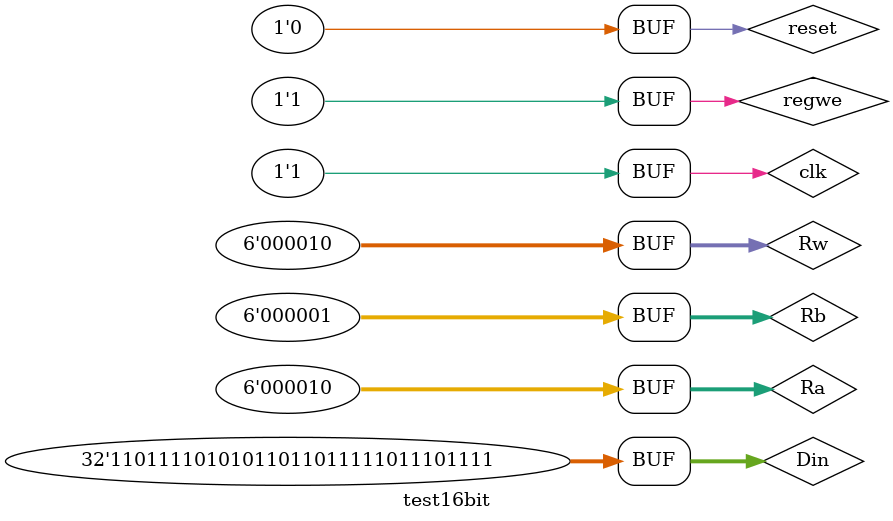
<source format=v>
module test16bit;
    reg clk, regwe, reset;
    reg [0:5] Rw, Ra, Rb;
    reg [0:31] Din;
    wire [0:31] regout1, regout2; 

    regfile64by32bit test(clk, regwe, reset, Rw, Ra, Rb, Din, regout1, regout2);

    initial begin
#100
#20     clk=0; regwe=1; reset=1; Rw=6'b00000; Ra=6'b00000; Rb=6'b00000; Din=32'h00000000;
#20     clk=1;
#20     clk=0; regwe=1; reset=0; Rw=6'b00001; Ra=6'b00001; Rb=6'b00000; Din=32'hDEADBEEF;
#20     clk=1;
#20     clk=0; regwe=0; reset=0; Rw=6'b00001; Ra=6'b00010; Rb=6'b00001; Din=32'hBAADBEEF;
#20     clk=1;
#20     clk=0; regwe=1; reset=0; Rw=6'b00001; Ra=6'b00010; Rb=6'b00001; Din=32'hBAADBEEF;
#20     clk=1;
#20     clk=0; regwe=1; reset=0; Rw=6'b00010; Ra=6'b00010; Rb=6'b00001; Din=32'hDEADBEEF;
#20     clk=1;
    end

    initial begin
        $monitor("clk=%b regwe=%b rst=%b Rw=%b Ra=%b Rb=%b Din=%h regout1=%h regout2=%h",clk,regwe,reset,Rw,Ra,Rb,Din,regout1,regout2);
    end
endmodule

</source>
